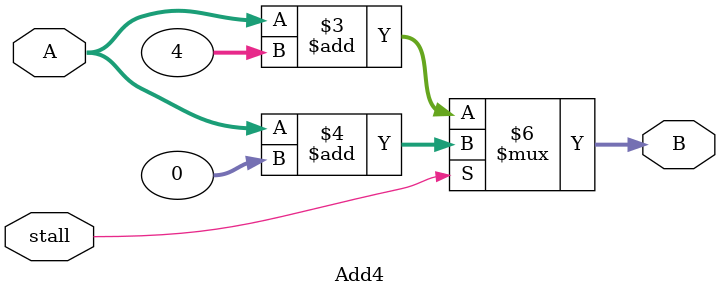
<source format=sv>
module Add4 (input stall, input logic [31:0] A, output logic [31:0] B);
    
    always_comb begin
        if(stall == 0) begin
            B = A + 4;
        end 
        else begin
            B = A + 'b0;
        end 
    end
endmodule

</source>
